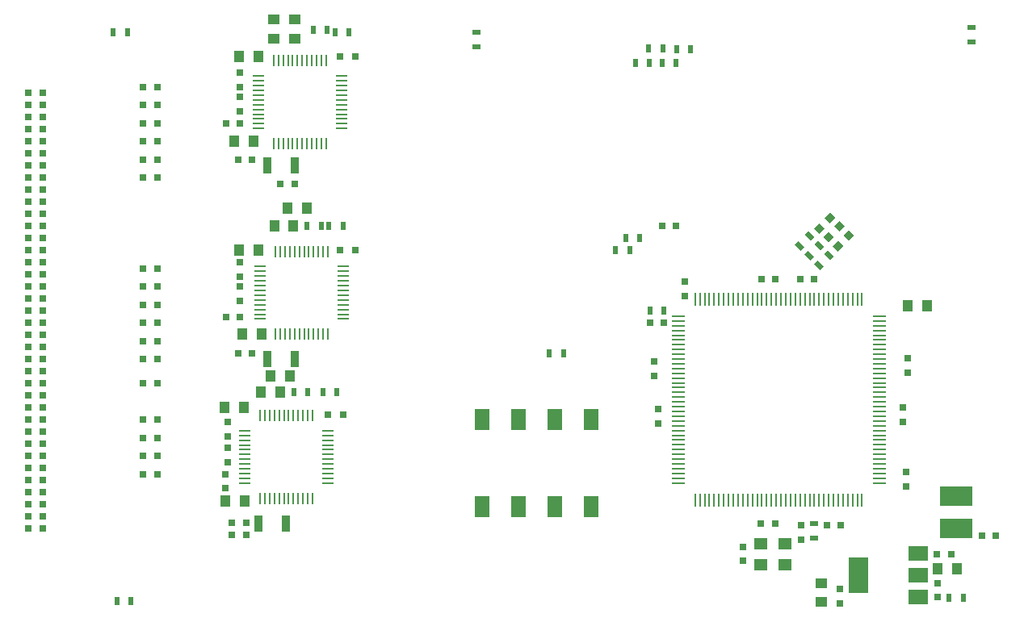
<source format=gtp>
G04 #@! TF.FileFunction,Paste,Top*
%FSLAX46Y46*%
G04 Gerber Fmt 4.6, Leading zero omitted, Abs format (unit mm)*
G04 Created by KiCad (PCBNEW 4.0.6) date Mon Jan  8 22:22:41 2018*
%MOMM*%
%LPD*%
G01*
G04 APERTURE LIST*
%ADD10C,0.100000*%
%ADD11R,0.250000X1.450000*%
%ADD12R,1.450000X0.250000*%
%ADD13R,1.400000X1.200000*%
%ADD14R,0.800000X0.750000*%
%ADD15R,1.000000X1.250000*%
%ADD16R,0.750000X0.800000*%
%ADD17R,1.250000X1.000000*%
%ADD18R,0.800000X0.800000*%
%ADD19R,0.900000X1.700000*%
%ADD20R,0.500000X0.900000*%
%ADD21R,0.900000X0.500000*%
%ADD22R,1.600000X2.180000*%
%ADD23R,2.000000X3.800000*%
%ADD24R,2.000000X1.500000*%
%ADD25R,1.300000X0.250000*%
%ADD26R,0.250000X1.300000*%
%ADD27R,3.400000X2.000000*%
G04 APERTURE END LIST*
D10*
D11*
X118181683Y-81461814D03*
X118681683Y-81461814D03*
X119181683Y-81461814D03*
X119681683Y-81461814D03*
X120181683Y-81461814D03*
X120681683Y-81461814D03*
X121181683Y-81461814D03*
X121681683Y-81461814D03*
X122181683Y-81461814D03*
X122681683Y-81461814D03*
X123181683Y-81461814D03*
X123681683Y-81461814D03*
X124181683Y-81461814D03*
X124681683Y-81461814D03*
X125181683Y-81461814D03*
X125681683Y-81461814D03*
X126181683Y-81461814D03*
X126681683Y-81461814D03*
X127181683Y-81461814D03*
X127681683Y-81461814D03*
X128181683Y-81461814D03*
X128681683Y-81461814D03*
X129181683Y-81461814D03*
X129681683Y-81461814D03*
X130181683Y-81461814D03*
X130681683Y-81461814D03*
X131181683Y-81461814D03*
X131681683Y-81461814D03*
X132181683Y-81461814D03*
X132681683Y-81461814D03*
X133181683Y-81461814D03*
X133681683Y-81461814D03*
X134181683Y-81461814D03*
X134681683Y-81461814D03*
X135181683Y-81461814D03*
X135681683Y-81461814D03*
D12*
X137481683Y-79661814D03*
X137481683Y-79161814D03*
X137481683Y-78661814D03*
X137481683Y-78161814D03*
X137481683Y-77661814D03*
X137481683Y-77161814D03*
X137481683Y-76661814D03*
X137481683Y-76161814D03*
X137481683Y-75661814D03*
X137481683Y-75161814D03*
X137481683Y-74661814D03*
X137481683Y-74161814D03*
X137481683Y-73661814D03*
X137481683Y-73161814D03*
X137481683Y-72661814D03*
X137481683Y-72161814D03*
X137481683Y-71661814D03*
X137481683Y-71161814D03*
X137481683Y-70661814D03*
X137481683Y-70161814D03*
X137481683Y-69661814D03*
X137481683Y-69161814D03*
X137481683Y-68661814D03*
X137481683Y-68161814D03*
X137481683Y-67661814D03*
X137481683Y-67161814D03*
X137481683Y-66661814D03*
X137481683Y-66161814D03*
X137481683Y-65661814D03*
X137481683Y-65161814D03*
X137481683Y-64661814D03*
X137481683Y-64161814D03*
X137481683Y-63661814D03*
X137481683Y-63161814D03*
X137481683Y-62661814D03*
X137481683Y-62161814D03*
D11*
X135681683Y-60361814D03*
X135181683Y-60361814D03*
X134681683Y-60361814D03*
X134181683Y-60361814D03*
X133681683Y-60361814D03*
X133181683Y-60361814D03*
X132681683Y-60361814D03*
X132181683Y-60361814D03*
X131681683Y-60361814D03*
X131181683Y-60361814D03*
X130681683Y-60361814D03*
X130181683Y-60361814D03*
X129681683Y-60361814D03*
X129181683Y-60361814D03*
X128681683Y-60361814D03*
X128181683Y-60361814D03*
X127681683Y-60361814D03*
X127181683Y-60361814D03*
X126681683Y-60361814D03*
X126181683Y-60361814D03*
X125681683Y-60361814D03*
X125181683Y-60361814D03*
X124681683Y-60361814D03*
X124181683Y-60361814D03*
X123681683Y-60361814D03*
X123181683Y-60361814D03*
X122681683Y-60361814D03*
X122181683Y-60361814D03*
X121681683Y-60361814D03*
X121181683Y-60361814D03*
X120681683Y-60361814D03*
X120181683Y-60361814D03*
X119681683Y-60361814D03*
X119181683Y-60361814D03*
X118681683Y-60361814D03*
X118181683Y-60361814D03*
D12*
X116381683Y-62161814D03*
X116381683Y-62661814D03*
X116381683Y-63161814D03*
X116381683Y-63661814D03*
X116381683Y-64161814D03*
X116381683Y-64661814D03*
X116381683Y-65161814D03*
X116381683Y-65661814D03*
X116381683Y-66161814D03*
X116381683Y-66661814D03*
X116381683Y-67161814D03*
X116381683Y-67661814D03*
X116381683Y-68161814D03*
X116381683Y-68661814D03*
X116381683Y-69161814D03*
X116381683Y-69661814D03*
X116381683Y-70161814D03*
X116381683Y-70661814D03*
X116381683Y-71161814D03*
X116381683Y-71661814D03*
X116381683Y-72161814D03*
X116381683Y-72661814D03*
X116381683Y-73161814D03*
X116381683Y-73661814D03*
X116381683Y-74161814D03*
X116381683Y-74661814D03*
X116381683Y-75161814D03*
X116381683Y-75661814D03*
X116381683Y-76161814D03*
X116381683Y-76661814D03*
X116381683Y-77161814D03*
X116381683Y-77661814D03*
X116381683Y-78161814D03*
X116381683Y-78661814D03*
X116381683Y-79161814D03*
X116381683Y-79661814D03*
D13*
X125095000Y-86022000D03*
X127635000Y-86022000D03*
X127635000Y-88265000D03*
X125095000Y-88265000D03*
D14*
X148233000Y-85217000D03*
X149733000Y-85217000D03*
X143510000Y-87122000D03*
X145010000Y-87122000D03*
D15*
X143637000Y-88646000D03*
X145637000Y-88646000D03*
D16*
X143637000Y-90170000D03*
X143637000Y-91670000D03*
X133350000Y-90805000D03*
X133350000Y-92305000D03*
D17*
X131445000Y-90170000D03*
X131445000Y-92170000D03*
D14*
X49760000Y-53975000D03*
X48260000Y-53975000D03*
X49760000Y-55245000D03*
X48260000Y-55245000D03*
X60325000Y-62865000D03*
X61825000Y-62865000D03*
X61825000Y-57150000D03*
X60325000Y-57150000D03*
X48260000Y-64135000D03*
X49760000Y-64135000D03*
X49760000Y-56515000D03*
X48260000Y-56515000D03*
X48260000Y-65405000D03*
X49760000Y-65405000D03*
X49760000Y-57785000D03*
X48260000Y-57785000D03*
X60325000Y-64770000D03*
X61825000Y-64770000D03*
X61825000Y-59055000D03*
X60325000Y-59055000D03*
X48260000Y-66675000D03*
X49760000Y-66675000D03*
X49760000Y-59055000D03*
X48260000Y-59055000D03*
X48260000Y-67945000D03*
X49760000Y-67945000D03*
X49760000Y-60325000D03*
X48260000Y-60325000D03*
X60325000Y-66675000D03*
X61825000Y-66675000D03*
X61825000Y-60960000D03*
X60325000Y-60960000D03*
X49760000Y-61595000D03*
X48260000Y-61595000D03*
X49760000Y-62865000D03*
X48260000Y-62865000D03*
X49760000Y-69215000D03*
X48260000Y-69215000D03*
X49760000Y-70485000D03*
X48260000Y-70485000D03*
X60325000Y-76835000D03*
X61825000Y-76835000D03*
X61825000Y-69215000D03*
X60325000Y-69215000D03*
X48260000Y-79375000D03*
X49760000Y-79375000D03*
X49760000Y-71755000D03*
X48260000Y-71755000D03*
X48260000Y-80645000D03*
X49760000Y-80645000D03*
X49760000Y-73025000D03*
X48260000Y-73025000D03*
X60325000Y-78740000D03*
X61825000Y-78740000D03*
X61825000Y-73025000D03*
X60325000Y-73025000D03*
X48260000Y-81915000D03*
X49760000Y-81915000D03*
X49760000Y-74295000D03*
X48260000Y-74295000D03*
X48260000Y-83185000D03*
X49760000Y-83185000D03*
X49760000Y-75565000D03*
X48260000Y-75565000D03*
X48260000Y-84455000D03*
X49760000Y-84455000D03*
X61825000Y-74930000D03*
X60325000Y-74930000D03*
X49760000Y-76835000D03*
X48260000Y-76835000D03*
X49760000Y-78105000D03*
X48260000Y-78105000D03*
X49760000Y-38735000D03*
X48260000Y-38735000D03*
X49760000Y-40005000D03*
X48260000Y-40005000D03*
X60325000Y-43815000D03*
X61825000Y-43815000D03*
X61825000Y-38100000D03*
X60325000Y-38100000D03*
X48260000Y-48895000D03*
X49760000Y-48895000D03*
X49760000Y-41275000D03*
X48260000Y-41275000D03*
X48260000Y-50165000D03*
X49760000Y-50165000D03*
X49760000Y-42545000D03*
X48260000Y-42545000D03*
X60325000Y-45720000D03*
X61825000Y-45720000D03*
X61825000Y-40005000D03*
X60325000Y-40005000D03*
X48260000Y-51435000D03*
X49760000Y-51435000D03*
X49760000Y-43815000D03*
X48260000Y-43815000D03*
X48260000Y-52705000D03*
X49760000Y-52705000D03*
X49760000Y-45085000D03*
X48260000Y-45085000D03*
X60325000Y-47625000D03*
X61825000Y-47625000D03*
X61825000Y-41910000D03*
X60325000Y-41910000D03*
X49760000Y-46355000D03*
X48260000Y-46355000D03*
X49760000Y-47625000D03*
X48260000Y-47625000D03*
X74700000Y-48260000D03*
X76200000Y-48260000D03*
X70255000Y-45720000D03*
X71755000Y-45720000D03*
D15*
X70390000Y-34925000D03*
X72390000Y-34925000D03*
D17*
X74041000Y-31020000D03*
X74041000Y-33020000D03*
D16*
X70485000Y-38100000D03*
X70485000Y-36600000D03*
D14*
X68985000Y-41910000D03*
X70485000Y-41910000D03*
D16*
X70485000Y-39140000D03*
X70485000Y-40640000D03*
D15*
X71850000Y-43815000D03*
X69850000Y-43815000D03*
D17*
X76200000Y-31020000D03*
X76200000Y-33020000D03*
D14*
X70255000Y-66040000D03*
X71755000Y-66040000D03*
D15*
X70390000Y-55245000D03*
X72390000Y-55245000D03*
X76073000Y-52705000D03*
X74073000Y-52705000D03*
D16*
X70485000Y-58015000D03*
X70485000Y-56515000D03*
D14*
X68985000Y-62230000D03*
X70485000Y-62230000D03*
D16*
X70485000Y-59055000D03*
X70485000Y-60555000D03*
D15*
X72695000Y-64040000D03*
X70695000Y-64040000D03*
X75470000Y-50800000D03*
X77470000Y-50800000D03*
D14*
X69620000Y-85090000D03*
X71120000Y-85090000D03*
X69620000Y-83820000D03*
X71120000Y-83820000D03*
D15*
X70834000Y-71755000D03*
X68834000Y-71755000D03*
X74676000Y-70104000D03*
X72676000Y-70104000D03*
D16*
X69215000Y-75970000D03*
X69215000Y-77470000D03*
X68961000Y-80240000D03*
X68961000Y-78740000D03*
X69215000Y-74791000D03*
X69215000Y-73291000D03*
D15*
X70961000Y-81534000D03*
X68961000Y-81534000D03*
X73692000Y-68453000D03*
X75692000Y-68453000D03*
D16*
X123190000Y-86360000D03*
X123190000Y-87860000D03*
X129286000Y-84098000D03*
X129286000Y-85598000D03*
D15*
X140462000Y-61087000D03*
X142462000Y-61087000D03*
D16*
X140335000Y-78510000D03*
X140335000Y-80010000D03*
D14*
X129183000Y-58293000D03*
X130683000Y-58293000D03*
X125119000Y-58293000D03*
X126619000Y-58293000D03*
X131977000Y-84074000D03*
X133477000Y-84074000D03*
D16*
X117094000Y-60071000D03*
X117094000Y-58571000D03*
D14*
X126595000Y-83947000D03*
X125095000Y-83947000D03*
D16*
X140462000Y-66572000D03*
X140462000Y-68072000D03*
X139954000Y-71755000D03*
X139954000Y-73255000D03*
D14*
X114935000Y-62865000D03*
X113435000Y-62865000D03*
D18*
X82550000Y-34925000D03*
X80950000Y-34925000D03*
X82550000Y-55245000D03*
X80950000Y-55245000D03*
X81280000Y-72517000D03*
X79680000Y-72517000D03*
D10*
G36*
X132065579Y-55258025D02*
X132701975Y-55894421D01*
X132348421Y-56247975D01*
X131712025Y-55611579D01*
X132065579Y-55258025D01*
X132065579Y-55258025D01*
G37*
G36*
X131004919Y-56318685D02*
X131641315Y-56955081D01*
X131287761Y-57308635D01*
X130651365Y-56672239D01*
X131004919Y-56318685D01*
X131004919Y-56318685D01*
G37*
G36*
X130033579Y-53226025D02*
X130669975Y-53862421D01*
X130316421Y-54215975D01*
X129680025Y-53579579D01*
X130033579Y-53226025D01*
X130033579Y-53226025D01*
G37*
G36*
X128972919Y-54286685D02*
X129609315Y-54923081D01*
X129255761Y-55276635D01*
X128619365Y-54640239D01*
X128972919Y-54286685D01*
X128972919Y-54286685D01*
G37*
G36*
X131049579Y-54242025D02*
X131685975Y-54878421D01*
X131332421Y-55231975D01*
X130696025Y-54595579D01*
X131049579Y-54242025D01*
X131049579Y-54242025D01*
G37*
G36*
X129988919Y-55302685D02*
X130625315Y-55939081D01*
X130271761Y-56292635D01*
X129635365Y-55656239D01*
X129988919Y-55302685D01*
X129988919Y-55302685D01*
G37*
D19*
X73300000Y-46355000D03*
X76200000Y-46355000D03*
D20*
X80415000Y-32385000D03*
X81915000Y-32385000D03*
X79629000Y-32131000D03*
X78129000Y-32131000D03*
D19*
X73300000Y-66675000D03*
X76200000Y-66675000D03*
D20*
X79780000Y-52705000D03*
X81280000Y-52705000D03*
X78970000Y-52705000D03*
X77470000Y-52705000D03*
D19*
X72390000Y-83947000D03*
X75290000Y-83947000D03*
D20*
X79145000Y-70104000D03*
X80645000Y-70104000D03*
X77597000Y-70104000D03*
X76097000Y-70104000D03*
D21*
X130683000Y-85447000D03*
X130683000Y-83947000D03*
D20*
X116229000Y-34163000D03*
X117729000Y-34163000D03*
X113411000Y-35560000D03*
X111911000Y-35560000D03*
X111355000Y-55245000D03*
X109855000Y-55245000D03*
X110895000Y-53975000D03*
X112395000Y-53975000D03*
X114705000Y-35560000D03*
X116205000Y-35560000D03*
X114784000Y-34036000D03*
X113284000Y-34036000D03*
X114935000Y-61595000D03*
X113435000Y-61595000D03*
D22*
X103505000Y-73007000D03*
X103505000Y-82187000D03*
X107315000Y-73007000D03*
X107315000Y-82187000D03*
X99695000Y-73007000D03*
X99695000Y-82187000D03*
X95885000Y-82187000D03*
X95885000Y-73007000D03*
D23*
X135305000Y-89347436D03*
D24*
X141605000Y-89347436D03*
X141605000Y-87047436D03*
X141605000Y-91647436D03*
D25*
X72390000Y-36965000D03*
X72390000Y-37465000D03*
X72390000Y-37965000D03*
X72390000Y-38465000D03*
X72390000Y-38965000D03*
X72390000Y-39465000D03*
X72390000Y-39965000D03*
X72390000Y-40465000D03*
X72390000Y-40965000D03*
X72390000Y-41465000D03*
X72390000Y-41965000D03*
X72390000Y-42465000D03*
D26*
X73990000Y-44065000D03*
X74490000Y-44065000D03*
X74990000Y-44065000D03*
X75490000Y-44065000D03*
X75990000Y-44065000D03*
X76490000Y-44065000D03*
X76990000Y-44065000D03*
X77490000Y-44065000D03*
X77990000Y-44065000D03*
X78490000Y-44065000D03*
X78990000Y-44065000D03*
X79490000Y-44065000D03*
D25*
X81090000Y-42465000D03*
X81090000Y-41965000D03*
X81090000Y-41465000D03*
X81090000Y-40965000D03*
X81090000Y-40465000D03*
X81090000Y-39965000D03*
X81090000Y-39465000D03*
X81090000Y-38965000D03*
X81090000Y-38465000D03*
X81090000Y-37965000D03*
X81090000Y-37465000D03*
X81090000Y-36965000D03*
D26*
X79490000Y-35365000D03*
X78990000Y-35365000D03*
X78490000Y-35365000D03*
X77990000Y-35365000D03*
X77490000Y-35365000D03*
X76990000Y-35365000D03*
X76490000Y-35365000D03*
X75990000Y-35365000D03*
X75490000Y-35365000D03*
X74990000Y-35365000D03*
X74490000Y-35365000D03*
X73990000Y-35365000D03*
D25*
X72580000Y-56960000D03*
X72580000Y-57460000D03*
X72580000Y-57960000D03*
X72580000Y-58460000D03*
X72580000Y-58960000D03*
X72580000Y-59460000D03*
X72580000Y-59960000D03*
X72580000Y-60460000D03*
X72580000Y-60960000D03*
X72580000Y-61460000D03*
X72580000Y-61960000D03*
X72580000Y-62460000D03*
D26*
X74180000Y-64060000D03*
X74680000Y-64060000D03*
X75180000Y-64060000D03*
X75680000Y-64060000D03*
X76180000Y-64060000D03*
X76680000Y-64060000D03*
X77180000Y-64060000D03*
X77680000Y-64060000D03*
X78180000Y-64060000D03*
X78680000Y-64060000D03*
X79180000Y-64060000D03*
X79680000Y-64060000D03*
D25*
X81280000Y-62460000D03*
X81280000Y-61960000D03*
X81280000Y-61460000D03*
X81280000Y-60960000D03*
X81280000Y-60460000D03*
X81280000Y-59960000D03*
X81280000Y-59460000D03*
X81280000Y-58960000D03*
X81280000Y-58460000D03*
X81280000Y-57960000D03*
X81280000Y-57460000D03*
X81280000Y-56960000D03*
D26*
X79680000Y-55360000D03*
X79180000Y-55360000D03*
X78680000Y-55360000D03*
X78180000Y-55360000D03*
X77680000Y-55360000D03*
X77180000Y-55360000D03*
X76680000Y-55360000D03*
X76180000Y-55360000D03*
X75680000Y-55360000D03*
X75180000Y-55360000D03*
X74680000Y-55360000D03*
X74180000Y-55360000D03*
D25*
X70965000Y-74180000D03*
X70965000Y-74680000D03*
X70965000Y-75180000D03*
X70965000Y-75680000D03*
X70965000Y-76180000D03*
X70965000Y-76680000D03*
X70965000Y-77180000D03*
X70965000Y-77680000D03*
X70965000Y-78180000D03*
X70965000Y-78680000D03*
X70965000Y-79180000D03*
X70965000Y-79680000D03*
D26*
X72565000Y-81280000D03*
X73065000Y-81280000D03*
X73565000Y-81280000D03*
X74065000Y-81280000D03*
X74565000Y-81280000D03*
X75065000Y-81280000D03*
X75565000Y-81280000D03*
X76065000Y-81280000D03*
X76565000Y-81280000D03*
X77065000Y-81280000D03*
X77565000Y-81280000D03*
X78065000Y-81280000D03*
D25*
X79665000Y-79680000D03*
X79665000Y-79180000D03*
X79665000Y-78680000D03*
X79665000Y-78180000D03*
X79665000Y-77680000D03*
X79665000Y-77180000D03*
X79665000Y-76680000D03*
X79665000Y-76180000D03*
X79665000Y-75680000D03*
X79665000Y-75180000D03*
X79665000Y-74680000D03*
X79665000Y-74180000D03*
D26*
X78065000Y-72580000D03*
X77565000Y-72580000D03*
X77065000Y-72580000D03*
X76565000Y-72580000D03*
X76065000Y-72580000D03*
X75565000Y-72580000D03*
X75065000Y-72580000D03*
X74565000Y-72580000D03*
X74065000Y-72580000D03*
X73565000Y-72580000D03*
X73065000Y-72580000D03*
X72565000Y-72580000D03*
D16*
X113919000Y-68453000D03*
X113919000Y-66953000D03*
X114300000Y-73406000D03*
X114300000Y-71906000D03*
D10*
G36*
X133165315Y-55360370D02*
X132599630Y-54794685D01*
X133165315Y-54229000D01*
X133731000Y-54794685D01*
X133165315Y-55360370D01*
X133165315Y-55360370D01*
G37*
G36*
X134296685Y-54229000D02*
X133731000Y-53663315D01*
X134296685Y-53097630D01*
X134862370Y-53663315D01*
X134296685Y-54229000D01*
X134296685Y-54229000D01*
G37*
G36*
X131191000Y-53524685D02*
X130625315Y-52959000D01*
X131191000Y-52393315D01*
X131756685Y-52959000D01*
X131191000Y-53524685D01*
X131191000Y-53524685D01*
G37*
G36*
X132322370Y-52393315D02*
X131756685Y-51827630D01*
X132322370Y-51261945D01*
X132888055Y-51827630D01*
X132322370Y-52393315D01*
X132322370Y-52393315D01*
G37*
G36*
X132207000Y-54402055D02*
X131641315Y-53836370D01*
X132207000Y-53270685D01*
X132772685Y-53836370D01*
X132207000Y-54402055D01*
X132207000Y-54402055D01*
G37*
G36*
X133338370Y-53270685D02*
X132772685Y-52705000D01*
X133338370Y-52139315D01*
X133904055Y-52705000D01*
X133338370Y-53270685D01*
X133338370Y-53270685D01*
G37*
D20*
X59055000Y-92075000D03*
X57555000Y-92075000D03*
D21*
X147193000Y-33401000D03*
X147193000Y-31901000D03*
D20*
X144804000Y-91694000D03*
X146304000Y-91694000D03*
D21*
X95250000Y-33885000D03*
X95250000Y-32385000D03*
D20*
X58650000Y-32385000D03*
X57150000Y-32385000D03*
X104370000Y-66040000D03*
X102870000Y-66040000D03*
D14*
X114705000Y-52705000D03*
X116205000Y-52705000D03*
D27*
X145542000Y-84426000D03*
X145542000Y-81026000D03*
M02*

</source>
